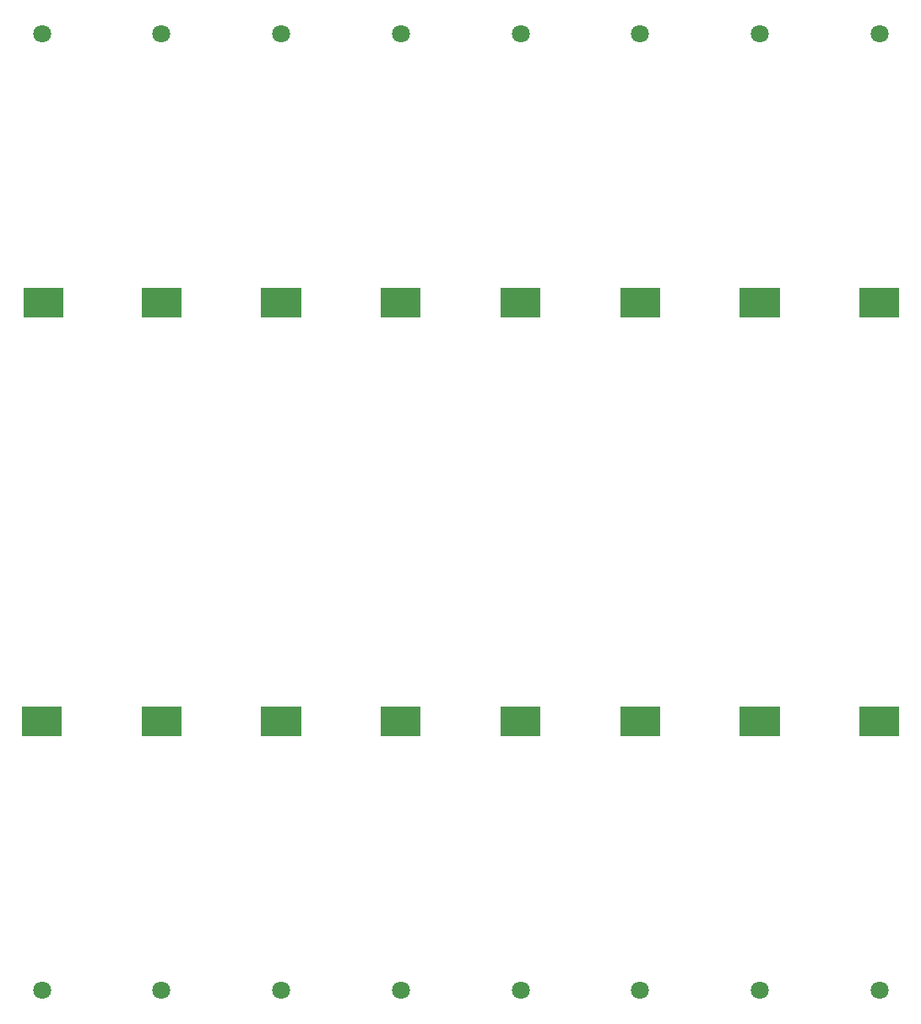
<source format=gbs>
G04 #@! TF.GenerationSoftware,KiCad,Pcbnew,8.0.1-8.0.1-1~ubuntu22.04.1*
G04 #@! TF.CreationDate,2024-03-30T19:46:48+00:00*
G04 #@! TF.ProjectId,DRY_FLEX,4452595f-464c-4455-982e-6b696361645f,v1.0*
G04 #@! TF.SameCoordinates,Original*
G04 #@! TF.FileFunction,Soldermask,Bot*
G04 #@! TF.FilePolarity,Negative*
%FSLAX46Y46*%
G04 Gerber Fmt 4.6, Leading zero omitted, Abs format (unit mm)*
G04 Created by KiCad (PCBNEW 8.0.1-8.0.1-1~ubuntu22.04.1) date 2024-03-30 19:46:48*
%MOMM*%
%LPD*%
G01*
G04 APERTURE LIST*
%ADD10C,1.800000*%
G04 APERTURE END LIST*
G36*
X45500000Y-43500000D02*
G01*
X49500000Y-43500000D01*
X49500000Y-46500000D01*
X45500000Y-46500000D01*
X45500000Y-43500000D01*
G37*
G36*
X57500000Y-85500000D02*
G01*
X61500000Y-85500000D01*
X61500000Y-88500000D01*
X57500000Y-88500000D01*
X57500000Y-85500000D01*
G37*
G36*
X105500000Y-43500000D02*
G01*
X109500000Y-43500000D01*
X109500000Y-46500000D01*
X105500000Y-46500000D01*
X105500000Y-43500000D01*
G37*
G36*
X21500000Y-85500000D02*
G01*
X25500000Y-85500000D01*
X25500000Y-88500000D01*
X21500000Y-88500000D01*
X21500000Y-85500000D01*
G37*
G36*
X81500000Y-85500000D02*
G01*
X85500000Y-85500000D01*
X85500000Y-88500000D01*
X81500000Y-88500000D01*
X81500000Y-85500000D01*
G37*
G36*
X81500000Y-43500000D02*
G01*
X85500000Y-43500000D01*
X85500000Y-46500000D01*
X81500000Y-46500000D01*
X81500000Y-43500000D01*
G37*
G36*
X45500000Y-85500000D02*
G01*
X49500000Y-85500000D01*
X49500000Y-88500000D01*
X45500000Y-88500000D01*
X45500000Y-85500000D01*
G37*
G36*
X93500000Y-43500000D02*
G01*
X97500000Y-43500000D01*
X97500000Y-46500000D01*
X93500000Y-46500000D01*
X93500000Y-43500000D01*
G37*
G36*
X21650000Y-43500000D02*
G01*
X25650000Y-43500000D01*
X25650000Y-46500000D01*
X21650000Y-46500000D01*
X21650000Y-43500000D01*
G37*
G36*
X33500000Y-85500000D02*
G01*
X37500000Y-85500000D01*
X37500000Y-88500000D01*
X33500000Y-88500000D01*
X33500000Y-85500000D01*
G37*
G36*
X57500000Y-43500000D02*
G01*
X61500000Y-43500000D01*
X61500000Y-46500000D01*
X57500000Y-46500000D01*
X57500000Y-43500000D01*
G37*
G36*
X69500000Y-43500000D02*
G01*
X73500000Y-43500000D01*
X73500000Y-46500000D01*
X69500000Y-46500000D01*
X69500000Y-43500000D01*
G37*
G36*
X105500000Y-85500000D02*
G01*
X109500000Y-85500000D01*
X109500000Y-88500000D01*
X105500000Y-88500000D01*
X105500000Y-85500000D01*
G37*
G36*
X69500000Y-85500000D02*
G01*
X73500000Y-85500000D01*
X73500000Y-88500000D01*
X69500000Y-88500000D01*
X69500000Y-85500000D01*
G37*
G36*
X93500000Y-85500000D02*
G01*
X97500000Y-85500000D01*
X97500000Y-88500000D01*
X93500000Y-88500000D01*
X93500000Y-85500000D01*
G37*
G36*
X33500000Y-43500000D02*
G01*
X37500000Y-43500000D01*
X37500000Y-46500000D01*
X33500000Y-46500000D01*
X33500000Y-43500000D01*
G37*
D10*
X95500000Y-87000000D03*
X59500000Y-87000000D03*
X83500000Y-18000000D03*
X95521426Y-44999999D03*
X71500000Y-113999999D03*
X47500000Y-18000000D03*
X35500000Y-18000000D03*
X23500000Y-114000000D03*
X23650000Y-45000000D03*
X23500000Y-18000000D03*
X95500000Y-18000000D03*
X71564284Y-45000000D03*
X59585713Y-44999999D03*
X107500000Y-18000000D03*
X83500000Y-87000000D03*
X83500000Y-113999999D03*
X71500000Y-18000000D03*
X59500000Y-113999999D03*
X35500000Y-87000000D03*
X71500000Y-87000000D03*
X23500000Y-87000000D03*
X47500000Y-113999999D03*
X107500000Y-114000000D03*
X107500000Y-45000000D03*
X83542855Y-44999999D03*
X95500000Y-113999999D03*
X107500000Y-87000000D03*
X59500000Y-17999999D03*
X35628571Y-44999999D03*
X35500000Y-113999999D03*
X47500000Y-87000000D03*
X47607142Y-45000000D03*
M02*

</source>
